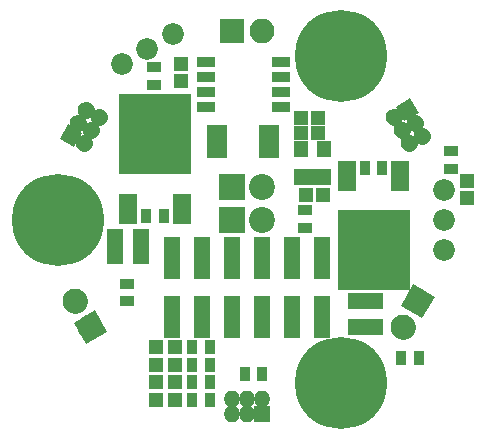
<source format=gbs>
G04 #@! TF.GenerationSoftware,KiCad,Pcbnew,(5.0.0)*
G04 #@! TF.CreationDate,2019-02-18T13:23:37-08:00*
G04 #@! TF.ProjectId,mlab100_Conn_PCB_1.6,6D6C61623130305F436F6E6E5F504342,rev?*
G04 #@! TF.SameCoordinates,Original*
G04 #@! TF.FileFunction,Soldermask,Bot*
G04 #@! TF.FilePolarity,Negative*
%FSLAX46Y46*%
G04 Gerber Fmt 4.6, Leading zero omitted, Abs format (unit mm)*
G04 Created by KiCad (PCBNEW (5.0.0)) date 02/18/19 13:23:37*
%MOMM*%
%LPD*%
G01*
G04 APERTURE LIST*
%ADD10C,1.400000*%
%ADD11C,1.400000*%
%ADD12C,0.100000*%
%ADD13R,1.150000X1.200000*%
%ADD14C,1.840000*%
%ADD15R,1.800000X0.850000*%
%ADD16R,1.200000X1.400000*%
%ADD17R,1.000000X1.400000*%
%ADD18R,1.543000X0.908000*%
%ADD19C,2.200000*%
%ADD20R,2.200000X2.200000*%
%ADD21R,1.400000X3.550000*%
%ADD22O,1.400000X1.400000*%
%ADD23R,1.400000X1.400000*%
%ADD24C,2.100000*%
%ADD25C,2.100000*%
%ADD26R,2.100000X2.100000*%
%ADD27O,2.100000X2.100000*%
%ADD28R,1.600000X2.600000*%
%ADD29R,6.200000X6.800000*%
%ADD30R,1.050000X1.460000*%
%ADD31R,1.460000X1.050000*%
%ADD32C,7.800000*%
%ADD33R,1.300000X0.900000*%
%ADD34R,0.900000X1.300000*%
%ADD35R,1.200000X1.150000*%
%ADD36R,1.200000X1.200000*%
G04 APERTURE END LIST*
D10*
G04 #@! TO.C,J10*
X33870148Y-14244705D03*
D11*
X33870148Y-14244705D02*
X33870148Y-14244705D01*
D10*
X34970000Y-13609705D03*
D11*
X34970000Y-13609705D02*
X34970000Y-13609705D01*
D10*
X33235148Y-13144852D03*
D11*
X33235148Y-13144852D02*
X33235148Y-13144852D01*
D10*
X34335000Y-12509852D03*
D11*
X34335000Y-12509852D02*
X34335000Y-12509852D01*
D10*
X32600148Y-12045000D03*
D11*
X32600148Y-12045000D02*
X32600148Y-12045000D01*
D10*
X33700000Y-11410000D03*
D12*
G36*
X33956218Y-10453782D02*
X34656218Y-11666218D01*
X33443782Y-12366218D01*
X32743782Y-11153782D01*
X33956218Y-10453782D01*
X33956218Y-10453782D01*
G37*
G04 #@! TD*
D13*
G04 #@! TO.C,C9*
X38720000Y-18910000D03*
X38720000Y-17410000D03*
G04 #@! TD*
D14*
G04 #@! TO.C,RV1*
X36780000Y-23270000D03*
X36780000Y-20730000D03*
X36780000Y-18190000D03*
G04 #@! TD*
D15*
G04 #@! TO.C,IC4*
X17560000Y-15085000D03*
X17560000Y-14435000D03*
X17560000Y-13785000D03*
X17560000Y-13135000D03*
X21960000Y-13135000D03*
X21960000Y-13785000D03*
X21960000Y-14435000D03*
X21960000Y-15085000D03*
G04 #@! TD*
D16*
G04 #@! TO.C,IC3*
X26638000Y-17104000D03*
D17*
X25688000Y-17104000D03*
D16*
X24738000Y-17104000D03*
X24738000Y-14704000D03*
X26638000Y-14704000D03*
G04 #@! TD*
D18*
G04 #@! TO.C,U3*
X23021000Y-7395000D03*
X23021000Y-8665000D03*
X23021000Y-9935000D03*
X23021000Y-11205000D03*
X16671000Y-11205000D03*
X16671000Y-9935000D03*
X16671000Y-8665000D03*
X16671000Y-7395000D03*
G04 #@! TD*
D14*
G04 #@! TO.C,RV2*
X9510000Y-7560000D03*
X11709705Y-6290000D03*
X13909409Y-5020000D03*
G04 #@! TD*
D19*
G04 #@! TO.C,D13*
X21370000Y-20730000D03*
D20*
X18830000Y-20730000D03*
G04 #@! TD*
D19*
G04 #@! TO.C,D14*
X21370000Y-17936000D03*
D20*
X18830000Y-17936000D03*
G04 #@! TD*
D21*
G04 #@! TO.C,J3*
X26450000Y-29005000D03*
X26450000Y-23955000D03*
X23910000Y-29005000D03*
X23910000Y-23955000D03*
X21370000Y-29005000D03*
X21370000Y-23955000D03*
X18830000Y-29005000D03*
X18830000Y-23955000D03*
X16290000Y-29005000D03*
X16290000Y-23955000D03*
X13750000Y-29005000D03*
X13750000Y-23955000D03*
G04 #@! TD*
D22*
G04 #@! TO.C,J8*
X18830000Y-35890000D03*
X18830000Y-37160000D03*
X20100000Y-35890000D03*
X20100000Y-37160000D03*
X21370000Y-35890000D03*
D23*
X21370000Y-37160000D03*
G04 #@! TD*
D10*
G04 #@! TO.C,J9*
X5230000Y-13610000D03*
D12*
G36*
X4273782Y-13866218D02*
X4973782Y-12653782D01*
X6186218Y-13353782D01*
X5486218Y-14566218D01*
X4273782Y-13866218D01*
X4273782Y-13866218D01*
G37*
D10*
X6329852Y-14245000D03*
D11*
X6329852Y-14245000D02*
X6329852Y-14245000D01*
D10*
X5865000Y-12510148D03*
D11*
X5865000Y-12510148D02*
X5865000Y-12510148D01*
D10*
X6964852Y-13145148D03*
D11*
X6964852Y-13145148D02*
X6964852Y-13145148D01*
D10*
X6500000Y-11410295D03*
D11*
X6500000Y-11410295D02*
X6500000Y-11410295D01*
D10*
X7599852Y-12045295D03*
D11*
X7599852Y-12045295D02*
X7599852Y-12045295D01*
G04 #@! TD*
D24*
G04 #@! TO.C,J11*
X5610000Y-27630295D03*
D25*
X5610000Y-27630295D02*
X5610000Y-27630295D01*
D24*
X6880000Y-29830000D03*
D12*
G36*
X7264327Y-28395673D02*
X8314327Y-30214327D01*
X6495673Y-31264327D01*
X5445673Y-29445673D01*
X7264327Y-28395673D01*
X7264327Y-28395673D01*
G37*
G04 #@! TD*
D24*
G04 #@! TO.C,J12*
X33320000Y-29829705D03*
D25*
X33320000Y-29829705D02*
X33320000Y-29829705D01*
D24*
X34590000Y-27630000D03*
D12*
G36*
X33155673Y-28014327D02*
X34205673Y-26195673D01*
X36024327Y-27245673D01*
X34974327Y-29064327D01*
X33155673Y-28014327D01*
X33155673Y-28014327D01*
G37*
G04 #@! TD*
D26*
G04 #@! TO.C,J13*
X18830000Y-4730000D03*
D27*
X21370000Y-4730000D03*
G04 #@! TD*
D28*
G04 #@! TO.C,Q1*
X28570000Y-17030000D03*
X33130000Y-17030000D03*
D29*
X30850000Y-23330000D03*
G04 #@! TD*
G04 #@! TO.C,Q3*
X12350000Y-13480000D03*
D28*
X10070000Y-19780000D03*
X14630000Y-19780000D03*
G04 #@! TD*
D30*
G04 #@! TO.C,IC1*
X31110000Y-29790000D03*
X30160000Y-29790000D03*
X29210000Y-29790000D03*
X29210000Y-27590000D03*
X31110000Y-27590000D03*
X30160000Y-27590000D03*
G04 #@! TD*
D31*
G04 #@! TO.C,IC2*
X11200000Y-22980000D03*
X11200000Y-23930000D03*
X11200000Y-22030000D03*
X9000000Y-22030000D03*
X9000000Y-22980000D03*
X9000000Y-23930000D03*
G04 #@! TD*
D32*
G04 #@! TO.C,MH8*
X28100000Y-34590000D03*
G04 #@! TD*
G04 #@! TO.C,MH9*
X4100000Y-20730000D03*
G04 #@! TD*
G04 #@! TO.C,MH10*
X28100000Y-6870000D03*
G04 #@! TD*
D33*
G04 #@! TO.C,R10*
X37370000Y-14910000D03*
X37370000Y-16410000D03*
G04 #@! TD*
G04 #@! TO.C,R11*
X12226000Y-7788000D03*
X12226000Y-9288000D03*
G04 #@! TD*
D34*
G04 #@! TO.C,R12*
X34700000Y-32450000D03*
X33200000Y-32450000D03*
G04 #@! TD*
D33*
G04 #@! TO.C,R13*
X9940000Y-26130000D03*
X9940000Y-27630000D03*
G04 #@! TD*
D34*
G04 #@! TO.C,R14*
X21440000Y-33810000D03*
X19940000Y-33810000D03*
G04 #@! TD*
G04 #@! TO.C,R15*
X30100000Y-16380000D03*
X31600000Y-16380000D03*
G04 #@! TD*
G04 #@! TO.C,R16*
X13100000Y-20430000D03*
X11600000Y-20430000D03*
G04 #@! TD*
D13*
G04 #@! TO.C,C10*
X14512000Y-9022000D03*
X14512000Y-7522000D03*
G04 #@! TD*
D35*
G04 #@! TO.C,C1*
X26600000Y-18670000D03*
X25100000Y-18670000D03*
G04 #@! TD*
G04 #@! TO.C,C2*
X26184000Y-13364000D03*
X24684000Y-13364000D03*
G04 #@! TD*
G04 #@! TO.C,C5*
X24684000Y-12094000D03*
X26184000Y-12094000D03*
G04 #@! TD*
D33*
G04 #@! TO.C,JP1*
X25080000Y-19910000D03*
X25080000Y-21410000D03*
G04 #@! TD*
D36*
G04 #@! TO.C,D1*
X14050000Y-31500000D03*
X12450000Y-31500000D03*
G04 #@! TD*
G04 #@! TO.C,D2*
X12450000Y-33000000D03*
X14050000Y-33000000D03*
G04 #@! TD*
G04 #@! TO.C,D3*
X14050000Y-34500000D03*
X12450000Y-34500000D03*
G04 #@! TD*
G04 #@! TO.C,D4*
X12450000Y-36000000D03*
X14050000Y-36000000D03*
G04 #@! TD*
D34*
G04 #@! TO.C,R1*
X17000000Y-31500000D03*
X15500000Y-31500000D03*
G04 #@! TD*
G04 #@! TO.C,R2*
X15500000Y-34500000D03*
X17000000Y-34500000D03*
G04 #@! TD*
G04 #@! TO.C,R3*
X17000000Y-36000000D03*
X15500000Y-36000000D03*
G04 #@! TD*
G04 #@! TO.C,R4*
X15500000Y-33000000D03*
X17000000Y-33000000D03*
G04 #@! TD*
M02*

</source>
